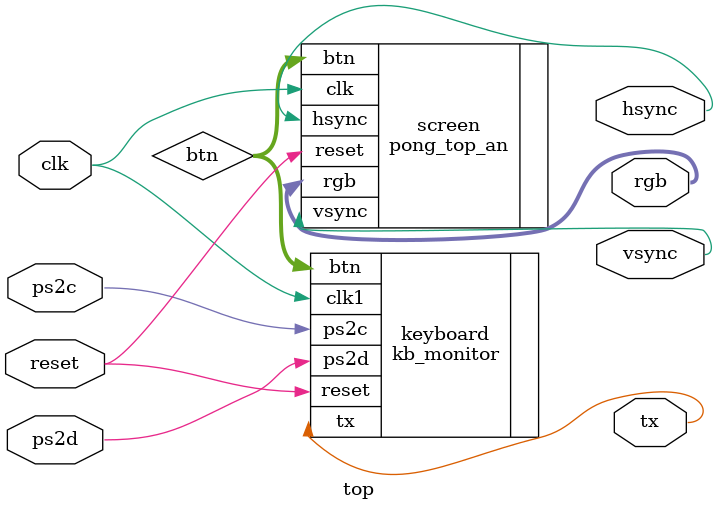
<source format=v>
`timescale 1ns / 1ps


module top(
    input wire clk, reset,
    input wire ps2d, ps2c,
    output wire hsync, vsync,
    output wire [2:0] rgb,
    output wire tx
    );

    wire [1:0] btn;

    kb_monitor keyboard
        (.clk1(clk), .reset(reset), .ps2d(ps2d), .ps2c(ps2c), .tx(tx), .btn(btn));
    
    pong_top_an screen
        (.clk(clk), .reset(reset), .btn(btn), .hsync(hsync), .vsync(vsync), .rgb(rgb));
    
endmodule


</source>
